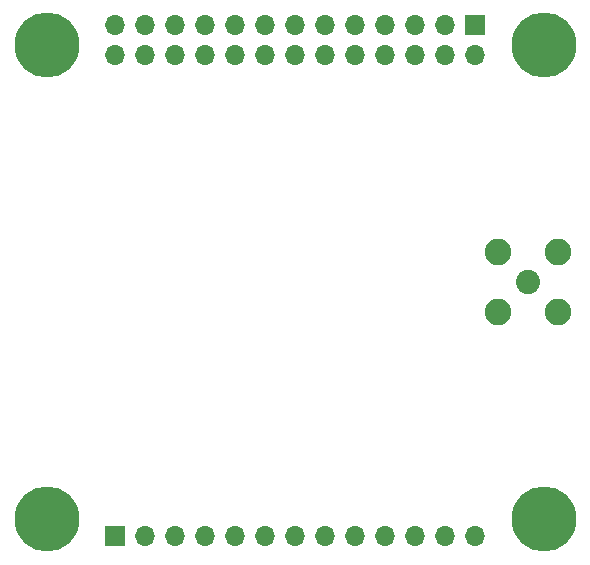
<source format=gbr>
%TF.GenerationSoftware,KiCad,Pcbnew,7.0.7*%
%TF.CreationDate,2023-10-03T13:10:00+02:00*%
%TF.ProjectId,voltlog UHF repeater,766f6c74-6c6f-4672-9055-484620726570,rev?*%
%TF.SameCoordinates,Original*%
%TF.FileFunction,Soldermask,Bot*%
%TF.FilePolarity,Negative*%
%FSLAX46Y46*%
G04 Gerber Fmt 4.6, Leading zero omitted, Abs format (unit mm)*
G04 Created by KiCad (PCBNEW 7.0.7) date 2023-10-03 13:10:00*
%MOMM*%
%LPD*%
G01*
G04 APERTURE LIST*
%ADD10R,1.700000X1.700000*%
%ADD11O,1.700000X1.700000*%
%ADD12C,5.500000*%
%ADD13C,2.050000*%
%ADD14C,2.250000*%
G04 APERTURE END LIST*
D10*
%TO.C,J2*%
X167750000Y-78450000D03*
D11*
X170290000Y-78450000D03*
X172830000Y-78450000D03*
X175370000Y-78450000D03*
X177910000Y-78450000D03*
X180450000Y-78450000D03*
X182990000Y-78450000D03*
X185530000Y-78450000D03*
X188070000Y-78450000D03*
X190610000Y-78450000D03*
X193150000Y-78450000D03*
X195690000Y-78450000D03*
X198230000Y-78450000D03*
%TD*%
D10*
%TO.C,J1*%
X198250000Y-35250000D03*
D11*
X198250000Y-37790000D03*
X195710000Y-35250000D03*
X195710000Y-37790000D03*
X193170000Y-35250000D03*
X193170000Y-37790000D03*
X190630000Y-35250000D03*
X190630000Y-37790000D03*
X188090000Y-35250000D03*
X188090000Y-37790000D03*
X185550000Y-35250000D03*
X185550000Y-37790000D03*
X183010000Y-35250000D03*
X183010000Y-37790000D03*
X180470000Y-35250000D03*
X180470000Y-37790000D03*
X177930000Y-35250000D03*
X177930000Y-37790000D03*
X175390000Y-35250000D03*
X175390000Y-37790000D03*
X172850000Y-35250000D03*
X172850000Y-37790000D03*
X170310000Y-35250000D03*
X170310000Y-37790000D03*
X167770000Y-35250000D03*
X167770000Y-37790000D03*
%TD*%
D12*
%TO.C,H1*%
X161944600Y-77055500D03*
%TD*%
%TO.C,H2*%
X161944600Y-36944600D03*
%TD*%
%TO.C,H3*%
X204055500Y-77055500D03*
%TD*%
%TO.C,H4*%
X204055500Y-36944600D03*
%TD*%
D13*
%TO.C,J3*%
X202700000Y-57000000D03*
D14*
X200160000Y-54460000D03*
X200160000Y-59540000D03*
X205240000Y-54460000D03*
X205240000Y-59540000D03*
%TD*%
M02*

</source>
